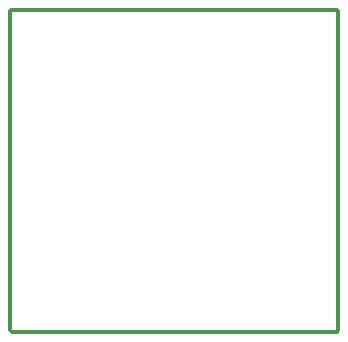
<source format=gko>
G04*
G04 #@! TF.GenerationSoftware,Altium Limited,Altium Designer,23.5.1 (21)*
G04*
G04 Layer_Color=16711935*
%FSLAX44Y44*%
%MOMM*%
G71*
G04*
G04 #@! TF.SameCoordinates,BAE598E1-DFF8-4769-8F25-E61B10B1D6D2*
G04*
G04*
G04 #@! TF.FilePolarity,Positive*
G04*
G01*
G75*
%ADD28C,0.3000*%
D28*
X276500Y270000D02*
G03*
X275000Y271500I-1500J0D01*
G01*
X276500Y270000D02*
G03*
X275000Y271500I-1500J0D01*
G01*
Y-1500D02*
G03*
X276500Y0I0J1500D01*
G01*
X275000Y-1500D02*
G03*
X276500Y0I0J1500D01*
G01*
X0Y271500D02*
G03*
X-1500Y270000I0J-1500D01*
G01*
X0Y271500D02*
G03*
X-1500Y270000I0J-1500D01*
G01*
Y0D02*
G03*
X0Y-1500I1500J0D01*
G01*
X-1500Y0D02*
G03*
X0Y-1500I1500J0D01*
G01*
X276500Y0D02*
Y270000D01*
X0Y271500D02*
X275000D01*
X0Y-1500D02*
X275000D01*
X-1500Y0D02*
Y270000D01*
M02*

</source>
